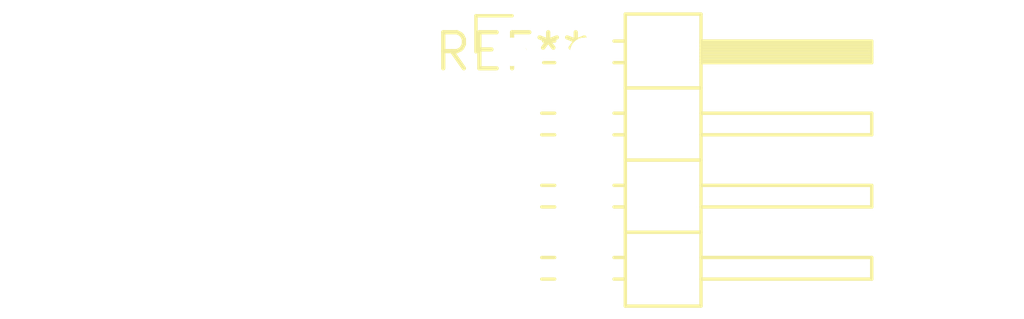
<source format=kicad_pcb>
(kicad_pcb (version 20240108) (generator pcbnew)
  (layers (0 "F.Cu" signal) (31 "B.Cu" signal) (34 "B.Paste" user) (35 "F.Paste" user) (36 "B.SilkS" user "B.Silkscreen") (37 "F.SilkS" user "F.Silkscreen") (38 "B.Mask" user) (39 "F.Mask" user) (44 "Edge.Cuts" user))
  (net 0 "")
  (footprint "PinHeader_2x04_P2.54mm_Horizontal" (layer "F.Cu") (at 0 0)
    (property "Reference" "REF**")
    (property "Value" "PinHeader_2x04_P2.54mm_Horizontal")
    (fp_line (start -1.27 -1.27) (end 0 -1.27) (layer "F.SilkS") (stroke (width 0.12)))
    (fp_line (start -1.27 0) (end -1.27 -1.27) (layer "F.SilkS") (stroke (width 0.12)))
    (fp_line (start 1.042929 2.16) (end 1.497071 2.16) (layer "F.SilkS") (stroke (width 0.12)))
    (fp_line (start 1.042929 2.92) (end 1.497071 2.92) (layer "F.SilkS") (stroke (width 0.12)))
    (fp_line (start 1.042929 4.7) (end 1.497071 4.7) (layer "F.SilkS") (stroke (width 0.12)))
    (fp_line (start 1.042929 5.46) (end 1.497071 5.46) (layer "F.SilkS") (stroke (width 0.12)))
    (fp_line (start 1.042929 7.24) (end 1.497071 7.24) (layer "F.SilkS") (stroke (width 0.12)))
    (fp_line (start 1.042929 8) (end 1.497071 8) (layer "F.SilkS") (stroke (width 0.12)))
    (fp_line (start 1.11 -0.38) (end 1.497071 -0.38) (layer "F.SilkS") (stroke (width 0.12)))
    (fp_line (start 1.11 0.38) (end 1.497071 0.38) (layer "F.SilkS") (stroke (width 0.12)))
    (fp_line (start 3.582929 -0.38) (end 3.98 -0.38) (layer "F.SilkS") (stroke (width 0.12)))
    (fp_line (start 3.582929 0.38) (end 3.98 0.38) (layer "F.SilkS") (stroke (width 0.12)))
    (fp_line (start 3.582929 2.16) (end 3.98 2.16) (layer "F.SilkS") (stroke (width 0.12)))
    (fp_line (start 3.582929 2.92) (end 3.98 2.92) (layer "F.SilkS") (stroke (width 0.12)))
    (fp_line (start 3.582929 4.7) (end 3.98 4.7) (layer "F.SilkS") (stroke (width 0.12)))
    (fp_line (start 3.582929 5.46) (end 3.98 5.46) (layer "F.SilkS") (stroke (width 0.12)))
    (fp_line (start 3.582929 7.24) (end 3.98 7.24) (layer "F.SilkS") (stroke (width 0.12)))
    (fp_line (start 3.582929 8) (end 3.98 8) (layer "F.SilkS") (stroke (width 0.12)))
    (fp_line (start 3.98 -1.33) (end 3.98 8.95) (layer "F.SilkS") (stroke (width 0.12)))
    (fp_line (start 3.98 1.27) (end 6.64 1.27) (layer "F.SilkS") (stroke (width 0.12)))
    (fp_line (start 3.98 3.81) (end 6.64 3.81) (layer "F.SilkS") (stroke (width 0.12)))
    (fp_line (start 3.98 6.35) (end 6.64 6.35) (layer "F.SilkS") (stroke (width 0.12)))
    (fp_line (start 3.98 8.95) (end 6.64 8.95) (layer "F.SilkS") (stroke (width 0.12)))
    (fp_line (start 6.64 -1.33) (end 3.98 -1.33) (layer "F.SilkS") (stroke (width 0.12)))
    (fp_line (start 6.64 -0.38) (end 12.64 -0.38) (layer "F.SilkS") (stroke (width 0.12)))
    (fp_line (start 6.64 -0.32) (end 12.64 -0.32) (layer "F.SilkS") (stroke (width 0.12)))
    (fp_line (start 6.64 -0.2) (end 12.64 -0.2) (layer "F.SilkS") (stroke (width 0.12)))
    (fp_line (start 6.64 -0.08) (end 12.64 -0.08) (layer "F.SilkS") (stroke (width 0.12)))
    (fp_line (start 6.64 0.04) (end 12.64 0.04) (layer "F.SilkS") (stroke (width 0.12)))
    (fp_line (start 6.64 0.16) (end 12.64 0.16) (layer "F.SilkS") (stroke (width 0.12)))
    (fp_line (start 6.64 0.28) (end 12.64 0.28) (layer "F.SilkS") (stroke (width 0.12)))
    (fp_line (start 6.64 2.16) (end 12.64 2.16) (layer "F.SilkS") (stroke (width 0.12)))
    (fp_line (start 6.64 4.7) (end 12.64 4.7) (layer "F.SilkS") (stroke (width 0.12)))
    (fp_line (start 6.64 7.24) (end 12.64 7.24) (layer "F.SilkS") (stroke (width 0.12)))
    (fp_line (start 6.64 8.95) (end 6.64 -1.33) (layer "F.SilkS") (stroke (width 0.12)))
    (fp_line (start 12.64 -0.38) (end 12.64 0.38) (layer "F.SilkS") (stroke (width 0.12)))
    (fp_line (start 12.64 0.38) (end 6.64 0.38) (layer "F.SilkS") (stroke (width 0.12)))
    (fp_line (start 12.64 2.16) (end 12.64 2.92) (layer "F.SilkS") (stroke (width 0.12)))
    (fp_line (start 12.64 2.92) (end 6.64 2.92) (layer "F.SilkS") (stroke (width 0.12)))
    (fp_line (start 12.64 4.7) (end 12.64 5.46) (layer "F.SilkS") (stroke (width 0.12)))
    (fp_line (start 12.64 5.46) (end 6.64 5.46) (layer "F.SilkS") (stroke (width 0.12)))
    (fp_line (start 12.64 7.24) (end 12.64 8) (layer "F.SilkS") (stroke (width 0.12)))
    (fp_line (start 12.64 8) (end 6.64 8) (layer "F.SilkS") (stroke (width 0.12)))
    (pad "1" thru_hole rect (at 0 0) (size 1.7 1.7) (drill 1) (layers *.Cu *.Mask) (remove_unused_layers))
    (pad "2" thru_hole oval (at 2.54 0) (size 1.7 1.7) (drill 1) (layers *.Cu *.Mask) (remove_unused_layers))
    (pad "3" thru_hole oval (at 0 2.54) (size 1.7 1.7) (drill 1) (layers *.Cu *.Mask) (remove_unused_layers))
    (pad "4" thru_hole oval (at 2.54 2.54) (size 1.7 1.7) (drill 1) (layers *.Cu *.Mask) (remove_unused_layers))
    (pad "5" thru_hole oval (at 0 5.08) (size 1.7 1.7) (drill 1) (layers *.Cu *.Mask) (remove_unused_layers))
    (pad "6" thru_hole oval (at 2.54 5.08) (size 1.7 1.7) (drill 1) (layers *.Cu *.Mask) (remove_unused_layers))
    (pad "7" thru_hole oval (at 0 7.62) (size 1.7 1.7) (drill 1) (layers *.Cu *.Mask) (remove_unused_layers))
    (pad "8" thru_hole oval (at 2.54 7.62) (size 1.7 1.7) (drill 1) (layers *.Cu *.Mask) (remove_unused_layers))
  )
)
</source>
